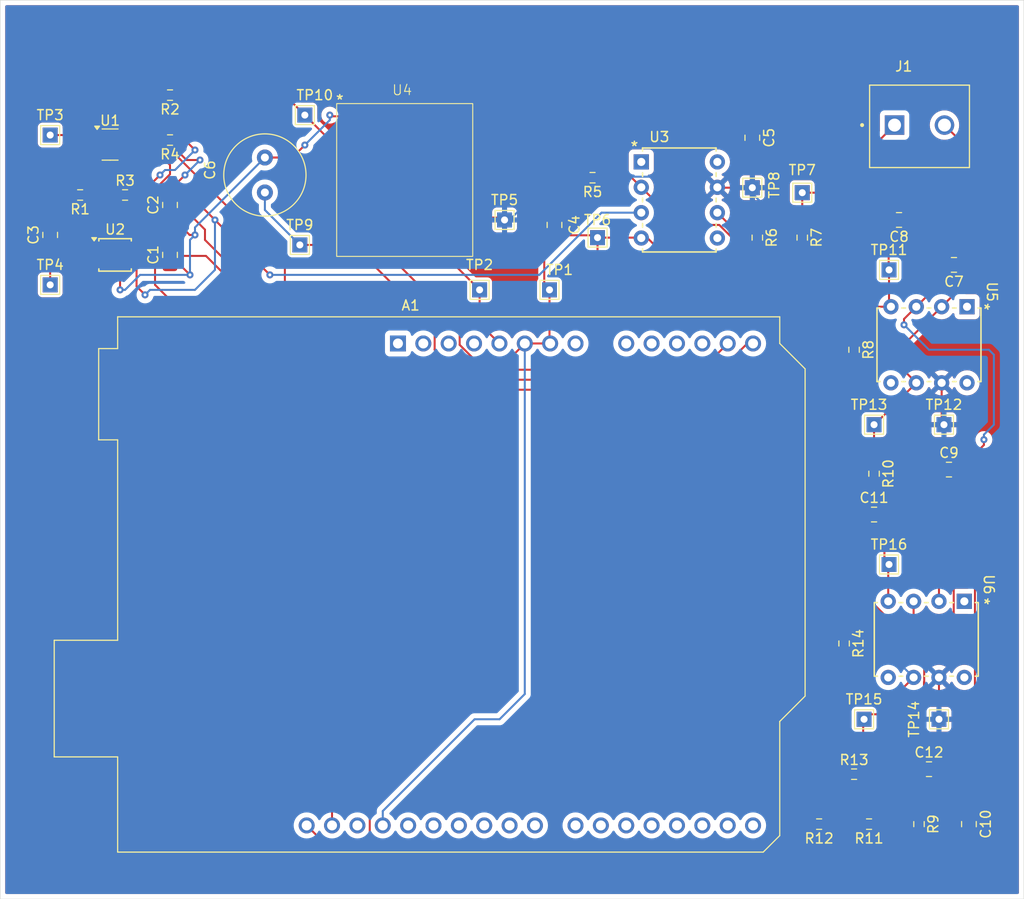
<source format=kicad_pcb>
(kicad_pcb (version 20240108) (generator "pcbnew") (generator_version "8.0")
  (title_block (title "Bandara_PCB_Design") (date "2025-01-25") (rev "v1") (company "BioCompute"))
  (layers (0 "F.Cu" mixed) (31 "B.Cu" mixed) (34 "B.Paste" user) (35 "F.Paste" user) (36 "B.SilkS" user "B.Silkscreen") (37 "F.SilkS" user "F.Silkscreen") (38 "B.Mask" user) (39 "F.Mask" user) (44 "Edge.Cuts" user))
  (net 0 "")
  (net 4 "Net-(U2-SCL)")
  (net 10 "Net-(U1-SDA)")
  (net 15 "GND")
  (net 22 "Net-(U2-SDA)")
  (net 24 "+5V")
  (net 28 "Net-(U1-SCL)")
  (net 31 "Net-(U1-VOUT)")
  (net 32 "Net-(U2-AIN0)")
  (net 33 "-VSW")
  (net 34 "+VSW")
  (net 35 "Net-(J1-Pin_2)")
  (net 36 "Net-(J1-Pin_1)")
  (net 37 "Net-(U3--IN)")
  (net 38 "Net-(U5-Vout)")
  (net 39 "Net-(U6--IN)")
  (net 40 "Net-(R11-Pad2)")
  (net 41 "Net-(R12-Pad2)")
  (net 42 "Net-(U6-Vout)")
  (footprint "Resistor_SMD:R_0603_1608Metric_Pad0.98x0.95mm_HandSolder" (layer "F.Cu") (at 58.5 52 180)
    (property "Reference" "R4")
    (property "Value" "4.7k")
  )
  (footprint "TestPoint:TestPoint_THTPad_1.5x1.5mm_Drill0.7mm" (layer "F.Cu") (at 46.5 51.5)
    (property "Reference" "TP3")
    (property "Value" "TestPoint")
  )
  (footprint "Resistor_SMD:R_0603_1608Metric_Pad0.98x0.95mm_HandSolder" (layer "F.Cu") (at 100.81 55.77 180)
    (property "Reference" "R5")
    (property "Value" "1M")
  )
  (footprint "Resistor_SMD:R_0603_1608Metric_Pad0.98x0.95mm_HandSolder" (layer "F.Cu") (at 117.31 61.77 -90)
    (property "Reference" "R6")
    (property "Value" "10M")
  )
  (footprint "Capacitor_SMD:C_0805_2012Metric_Pad1.18x1.45mm_HandSolder" (layer "F.Cu") (at 131.5 60 180)
    (property "Reference" "C8")
    (property "Value" "100n")
  )
  (footprint "NDU_SMD:NDU05" (layer "F.Cu") (at 81.746 56.762)
    (property "Reference" "U4")
    (property "Value" "Dual Power Supply")
  )
  (footprint "TestPoint:TestPoint_THTPad_1.5x1.5mm_Drill0.7mm" (layer "F.Cu") (at 136 80.5)
    (property "Reference" "TP12")
    (property "Value" "TestPoint")
  )
  (footprint "Package_TO_SOT_SMD:SOT-23-6" (layer "F.Cu") (at 52.5 52.45)
    (property "Reference" "U1")
    (property "Value" "MCP4725xxx-xCH")
  )
  (footprint "Capacitor_SMD:C_0805_2012Metric_Pad1.18x1.45mm_HandSolder" (layer "F.Cu") (at 138.5 120.5 -90)
    (property "Reference" "C10")
    (property "Value" "100n")
  )
  (footprint "Capacitor_SMD:C_0805_2012Metric_Pad1.18x1.45mm_HandSolder" (layer "F.Cu") (at 137 64.5 180)
    (property "Reference" "C7")
    (property "Value" "100n")
  )
  (footprint "bandara_ckt_footprints:N_8_ADI" (layer "F.Cu") (at 105.69 54.19)
    (property "Reference" "U3")
    (property "Value" "AD820")
  )
  (footprint "Module:Arduino_UNO_R3" (layer "F.Cu") (at 81.325 72.37)
    (property "Reference" "A1")
    (property "Value" "Arduino_UNO_R3")
  )
  (footprint "TestPoint:TestPoint_THTPad_1.5x1.5mm_Drill0.7mm" (layer "F.Cu") (at 71.5 62.5)
    (property "Reference" "TP9")
    (property "Value" "TestPoint")
  )
  (footprint "Resistor_SMD:R_0603_1608Metric_Pad0.98x0.95mm_HandSolder" (layer "F.Cu") (at 128.5 120.5 180)
    (property "Reference" "R11")
    (property "Value" "1M")
  )
  (footprint "Capacitor_SMD:C_0805_2012Metric_Pad1.18x1.45mm_HandSolder" (layer "F.Cu") (at 58.5 63.5 90)
    (property "Reference" "C1")
    (property "Value" "100n")
  )
  (footprint "Resistor_SMD:R_0603_1608Metric_Pad0.98x0.95mm_HandSolder" (layer "F.Cu") (at 129 85.4125 -90)
    (property "Reference" "R10")
    (property "Value" "1M")
  )
  (footprint "TestPoint:TestPoint_THTPad_1.5x1.5mm_Drill0.7mm" (layer "F.Cu") (at 92 60)
    (property "Reference" "TP5")
    (property "Value" "TestPoint")
  )
  (footprint "Resistor_SMD:R_0603_1608Metric_Pad0.98x0.95mm_HandSolder" (layer "F.Cu") (at 123.5 120.5 180)
    (property "Reference" "R12")
    (property "Value" "1M")
  )
  (footprint "TestPoint:TestPoint_THTPad_1.5x1.5mm_Drill0.7mm" (layer "F.Cu") (at 101.31 61.77)
    (property "Reference" "TP6")
    (property "Value" "TestPoint")
  )
  (footprint "Capacitor_SMD:C_0805_2012Metric_Pad1.18x1.45mm_HandSolder" (layer "F.Cu") (at 58.5 58.5 90)
    (property "Reference" "C2")
    (property "Value" "100n")
  )
  (footprint "TestPoint:TestPoint_THTPad_1.5x1.5mm_Drill0.7mm" (layer "F.Cu") (at 96.5 67)
    (property "Reference" "TP1")
    (property "Value" "TestPoint")
  )
  (footprint "TestPoint:TestPoint_THTPad_1.5x1.5mm_Drill0.7mm" (layer "F.Cu") (at 89.5 67)
    (property "Reference" "TP2")
    (property "Value" "TestPoint")
  )
  (footprint "Capacitor_SMD:C_0805_2012Metric_Pad1.18x1.45mm_HandSolder" (layer "F.Cu") (at 129 89.5)
    (property "Reference" "C11")
    (property "Value" "100n")
  )
  (footprint "Resistor_SMD:R_0603_1608Metric_Pad0.98x0.95mm_HandSolder" (layer "F.Cu") (at 133.5 120.5 -90)
    (property "Reference" "R9")
    (property "Value" "1M")
  )
  (footprint "TestPoint:TestPoint_THTPad_1.5x1.5mm_Drill0.7mm" (layer "F.Cu") (at 128 110)
    (property "Reference" "TP15")
    (property "Value" "TestPoint")
  )
  (footprint "Resistor_SMD:R_0603_1608Metric_Pad0.98x0.95mm_HandSolder" (layer "F.Cu") (at 127 73 -90)
    (property "Reference" "R8")
    (property "Value" "10M")
  )
  (footprint "Resistor_SMD:R_0603_1608Metric_Pad0.98x0.95mm_HandSolder" (layer "F.Cu") (at 49.5 57.5 180)
    (property "Reference" "R1")
    (property "Value" "4.7k")
  )
  (footprint "TestPoint:TestPoint_THTPad_1.5x1.5mm_Drill0.7mm" (layer "F.Cu") (at 72 49.5)
    (property "Reference" "TP10")
    (property "Value" "TestPoint")
  )
  (footprint "TestPoint:TestPoint_THTPad_1.5x1.5mm_Drill0.7mm" (layer "F.Cu") (at 129 80.5)
    (property "Reference" "TP13")
    (property "Value" "TestPoint")
  )
  (footprint "Capacitor_SMD:C_0805_2012Metric_Pad1.18x1.45mm_HandSolder" (layer "F.Cu") (at 136.5 85)
    (property "Reference" "C9")
    (property "Value" "100n")
  )
  (footprint "TestPoint:TestPoint_THTPad_1.5x1.5mm_Drill0.7mm" (layer "F.Cu") (at 116.81 56.77)
    (property "Reference" "TP8")
    (property "Value" "TestPoint")
  )
  (footprint "Resistor_SMD:R_0603_1608Metric_Pad0.98x0.95mm_HandSolder" (layer "F.Cu") (at 121.81 61.77 -90)
    (property "Reference" "R7")
    (property "Value" "10M")
  )
  (footprint "TestPoint:TestPoint_THTPad_1.5x1.5mm_Drill0.7mm" (layer "F.Cu") (at 46.5 66.5)
    (property "Reference" "TP4")
    (property "Value" "TestPoint")
  )
  (footprint "bandara_ckt_footprints:PHOENIX_1935161" (layer "F.Cu") (at 128.5525 54.75)
    (property "Reference" "J1")
    (property "Value" "Nanopore")
  )
  (footprint "Resistor_SMD:R_0603_1608Metric_Pad0.98x0.95mm_HandSolder" (layer "F.Cu") (at 127 115.5)
    (property "Reference" "R13")
    (property "Value" "1M")
  )
  (footprint "Capacitor_SMD:C_0805_2012Metric_Pad1.18x1.45mm_HandSolder" (layer "F.Cu") (at 116.81 51.77 -90)
    (property "Reference" "C5")
    (property "Value" "100n")
  )
  (footprint "Capacitor_SMD:C_0805_2012Metric_Pad1.18x1.45mm_HandSolder" (layer "F.Cu") (at 46.5 61.5 90)
    (property "Reference" "C3")
    (property "Value" "100n")
  )
  (footprint "TestPoint:TestPoint_THTPad_1.5x1.5mm_Drill0.7mm" (layer "F.Cu") (at 121.81 57.27)
    (property "Reference" "TP7")
    (property "Value" "TestPoint")
  )
  (footprint "bandara_ckt_footprints:N_8_ADI" (layer "F.Cu") (at 138.04 98.19 -90)
    (property "Reference" "U6")
    (property "Value" "AD820")
  )
  (footprint "TestPoint:TestPoint_THTPad_1.5x1.5mm_Drill0.7mm" (layer "F.Cu") (at 130.5 65)
    (property "Reference" "TP11")
    (property "Value" "TestPoint")
  )
  (footprint "bandara_ckt_footprints:N_8_ADI" (layer "F.Cu") (at 138.31 68.69 -90)
    (property "Reference" "U5")
    (property "Value" "AD820")
  )
  (footprint "Resistor_SMD:R_0603_1608Metric_Pad0.98x0.95mm_HandSolder" (layer "F.Cu") (at 54 57.5)
    (property "Reference" "R3")
    (property "Value" "4.7k")
  )
  (footprint "Resistor_SMD:R_0603_1608Metric_Pad0.98x0.95mm_HandSolder" (layer "F.Cu") (at 58.5 47.5 180)
    (property "Reference" "R2")
    (property "Value" "4.7k")
  )
  (footprint "TestPoint:TestPoint_THTPad_1.5x1.5mm_Drill0.7mm" (layer "F.Cu") (at 130.5 94.5)
    (property "Reference" "TP16")
    (property "Value" "TestPoint")
  )
  (footprint "TestPoint:TestPoint_THTPad_1.5x1.5mm_Drill0.7mm" (layer "F.Cu") (at 135.5 110)
    (property "Reference" "TP14")
    (property "Value" "TestPoint")
  )
  (footprint "Resistor_SMD:R_0603_1608Metric_Pad0.98x0.95mm_HandSolder" (layer "F.Cu") (at 126 102.4125 -90)
    (property "Reference" "R14")
    (property "Value" "1M")
  )
  (footprint "Capacitor_THT:C_Radial_D8.0mm_H11.5mm_P3.50mm" (layer "F.Cu") (at 68 57.25 90)
    (property "Reference" "C6")
    (property "Value" "47u")
  )
  (footprint "Capacitor_SMD:C_0805_2012Metric_Pad1.18x1.45mm_HandSolder" (layer "F.Cu") (at 97 60.5 -90)
    (property "Reference" "C4")
    (property "Value" "100n")
  )
  (footprint "Package_SO:TSSOP-10_3x3mm_P0.5mm" (layer "F.Cu") (at 53 63.5)
    (property "Reference" "U2")
    (property "Value" "ADS1115IDGS")
  )
  (footprint "Capacitor_SMD:C_0805_2012Metric_Pad1.18x1.45mm_HandSolder" (layer "F.Cu") (at 134.5 115)
    (property "Reference" "C12")
    (property "Value" "100n")
  )
  (gr_rect (start 41.5 38) (end 144 128) (stroke (width 0.05)) (fill none) (layer "Edge.Cuts"))
  (segment (start 78.5 104.5) (end 78.5 121.5) (width 0.2) (layer "F.Cu") (net 4))
  (segment (start 56.940256 62.5) (end 58.040256 63.6) (width 0.2) (layer "F.Cu") (net 4))
  (segment (start 78.5 121.5) (end 77.5 122.5) (width 0.2) (layer "F.Cu") (net 4))
  (segment (start 53.0875 60.4375) (end 55.15 62.5) (width 0.2) (layer "F.Cu") (net 4))
  (segment (start 68.5 94.5) (end 78.5 104.5) (width 0.2) (layer "F.Cu") (net 4))
  (segment (start 77.5 122.5) (end 74.055 122.5) (width 0.2) (layer "F.Cu") (net 4))
  (segment (start 53.0875 57.5) (end 53.0875 60.4375) (width 0.2) (layer "F.Cu") (net 4))
  (segment (start 55.15 62.5) (end 56.940256 62.5) (width 0.2) (layer "F.Cu") (net 4))
  (segment (start 74.055 122.5) (end 72.185 120.63) (width 0.2) (layer "F.Cu") (net 4))
  (segment (start 68.5 70) (end 68.5 94.5) (width 0.2) (layer "F.Cu") (net 4))
  (segment (start 62.1 63.6) (end 68.5 70) (width 0.2) (layer "F.Cu") (net 4))
  (segment (start 58.040256 63.6) (end 62.1 63.6) (width 0.2) (layer "F.Cu") (net 4))
  (segment (start 70 64.4125) (end 70 75.5) (width 0.2) (layer "F.Cu") (net 10))
  (segment (start 70.5 76) (end 110.715 76) (width 0.2) (layer "F.Cu") (net 10))
  (segment (start 70 75.5) (end 70.5 76) (width 0.2) (layer "F.Cu") (net 10))
  (segment (start 53.6375 53.4) (end 56.1875 53.4) (width 0.2) (layer "F.Cu") (net 10))
  (segment (start 57.5875 52) (end 70 64.4125) (width 0.2) (layer "F.Cu") (net 10))
  (segment (start 56.1875 53.4) (end 57.5875 52) (width 0.2) (layer "F.Cu") (net 10))
  (segment (start 110.715 76) (end 114.345 72.37) (width 0.2) (layer "F.Cu") (net 10))
  (segment (start 116.81 50.7325) (end 118.3175 49.225) (width 0.2) (layer "F.Cu") (net 15))
  (segment (start 134 106.271895) (end 134.022 106.249895) (width 0.2) (layer "F.Cu") (net 15))
  (segment (start 132 69.92) (end 132 70.5) (width 0.2) (layer "F.Cu") (net 15))
  (segment (start 76.666 59.772) (end 87.505 70.611) (width 0.2) (layer "F.Cu") (net 15))
  (segment (start 133.5 115.0375) (end 133.4625 115) (width 0.2) (layer "F.Cu") (net 15))
  (segment (start 133.5 119.5875) (end 133.5 115.0375) (width 0.2) (layer "F.Cu") (net 15))
  (segment (start 140 82) (end 140 82.5375) (width 0.2) (layer "F.Cu") (net 15))
  (segment (start 52 64.125) (end 51.625 64.5) (width 0.2) (layer "F.Cu") (net 15))
  (segment (start 140 82.5375) (end 137.5375 85) (width 0.2) (layer "F.Cu") (net 15))
  (segment (start 91.895 74.5) (end 94.025 72.37) (width 0.2) (layer "F.Cu") (net 15))
  (segment (start 132.96 101.04) (end 132.25 101.75) (width 0.2) (layer "F.Cu") (net 15))
  (segment (start 50.85 63.5) (end 51.625 63.5) (width 0.2) (layer "F.Cu") (net 15))
  (segment (start 138.375 119.5875) (end 138.5 119.4625) (width 0.2) (layer "F.Cu") (net 15))
  (segment (start 99.8975 55.77) (end 99.8975 56.565) (width 0.2) (layer "F.Cu") (net 15))
  (segment (start 48.8125 60.4625) (end 50.85 62.5) (width 0.2) (layer "F.Cu") (net 15))
  (segment (start 96.5 72.305) (end 96.565 72.37) (width 0.2) (layer "F.Cu") (net 15))
  (segment (start 52 62.875) (end 52 63.125) (width 0.2) (layer "F.Cu") (net 15))
  (segment (start 125.775 49.225) (end 126.5 48.5) (width 0.2) (layer "F.Cu") (net 15))
  (segment (start 132.5375 61.075) (end 135.9625 64.5) (width 0.2) (layer "F.Cu") (net 15))
  (segment (start 74.5 49.5) (end 74.62 49.62) (width 0.2) (layer "F.Cu") (net 15))
  (segment (start 133.940256 115) (end 134.438 115.497744) (width 0.2) (layer "F.Cu") (net 15))
  (segment (start 137.5375 85) (end 139.102 86.5645) (width 0.2) (layer "F.Cu") (net 15))
  (segment (start 134.438 115.497744) (end 134 115.059744) (width 0.2) (layer "F.Cu") (net 15))
  (segment (start 137.5 117) (end 135.940256 117) (width 0.2) (layer "F.Cu") (net 15))
  (segment (start 52 63.125) (end 51.625 63.5) (width 0.2) (layer "F.Cu") (net 15))
  (segment (start 70.75 53.75) (end 72 52.5) (width 0.2) (layer "F.Cu") (net 15))
  (segment (start 133.5 49.5) (end 133.5 52) (width 0.2) (layer "F.Cu") (net 15))
  (segment (start 132.96 98.19) (end 132.96 101.04) (width 0.2) (layer "F.Cu") (net 15))
  (segment (start 52.334448 52.45) (end 53.284448 51.5) (width 0.2) (layer "F.Cu") (net 15))
  (segment (start 52 63.875) (end 52 64.125) (width 0.2) (layer "F.Cu") (net 15))
  (segment (start 51.625 63.5) (end 52 63.875) (width 0.2) (layer "F.Cu") (net 15))
  (segment (start 135.9625 64.5) (end 135.9625 65.9575) (width 0.2) (layer "F.Cu") (net 15))
  (segment (start 54.375 64) (end 55.15 64) (width 0.2) (layer "F.Cu") (net 15))
  (segment (start 50.85 62.5) (end 51.625 62.5) (width 0.2) (layer "F.Cu") (net 15))
  (segment (start 118.3175 49.225) (end 125.775 49.225) (width 0.2) (layer "F.Cu") (net 15))
  (segment (start 133.5 52) (end 132.5375 52.9625) (width 0.2) (layer "F.Cu") (net 15))
  (segment (start 116.81 50.7325) (end 104.935 50.7325) (width 0.2) (layer "F.Cu") (net 15))
  (segment (start 89.5 74.5) (end 91.895 74.5) (width 0.2) (layer "F.Cu") (net 15))
  (segment (start 87.505 72.505) (end 89.5 74.5) (width 0.2) (layer "F.Cu") (net 15))
  (segment (start 134.022 103.522) (end 132.25 101.75) (width 0.2) (layer "F.Cu") (net 15))
  (segment (start 133.4625 115) (end 133.940256 115) (width 0.2) (layer "F.Cu") (net 15))
  (segment (start 53.875 64.5) (end 54.375 64) (width 0.2) (layer "F.Cu") (net 15))
  (segment (start 51.625 64.5) (end 50.85 64.5) (width 0.2) (layer "F.Cu") (net 15))
  (segment (start 46.5 56.650001) (end 46.5 60.4625) (width 0.2) (layer "F.Cu") (net 15))
  (segment (start 96.5 67) (end 95.975 66.475) (width 0.2) (layer "F.Cu") (net 15))
  (segment (start 51.3625 52.45) (end 50.700001 52.45) (width 0.2) (layer "F.Cu") (net 15))
  (segment (start 135.940256 117) (end 134.438 115.497744) (width 0.2) (layer "F.Cu") (net 15))
  (segment (start 74.62 49.62) (end 76.666 49.62) (width 0.2) (layer "F.Cu") (net 15))
  (segment (start 59.5375 64.5375) (end 60.5 65.5) (width 0.2) (layer "F.Cu") (net 15))
  (segment (start 51.625 62.5) (end 52 62.875) (width 0.2) (layer "F.Cu") (net 15))
  (segment (start 127.9625 97.4625) (end 127.9625 89.5) (width 0.2) (layer "F.Cu") (net 15))
  (segment (start 94.025 72.37) (end 96.565 72.37) (width 0.2) (layer "F.Cu") (net 15))
  (segment (start 134 115.059744) (end 134 106.271895) (width 0.2) (layer "F.Cu") (net 15))
  (segment (start 58.5 64.5375) (end 59.5375 64.5375) (width 0.2) (layer "F.Cu") (net 15))
  (segment (start 53.284448 51.5) (end 53.6375 51.5) (width 0.2) (layer "F.Cu") (net 15))
  (segment (start 46.5 60.4625) (end 48.8125 60.4625) (width 0.2) (layer "F.Cu") (net 15))
  (segment (start 70.644 53.75) (end 76.666 59.772) (width 0.2) (layer "F.Cu") (net 15))
  (segment (start 68 53.75) (end 70.75 53.75) (width 0.2) (layer "F.Cu") (net 15))
  (segment (start 51.3625 52.45) (end 52.334448 52.45) (width 0.2) (layer "F.Cu") (net 15))
  (segment (start 132.5375 60) (end 132.5375 61.075) (width 0.2) (layer "F.Cu") (net 15))
  (segment (start 61 61.5) (end 60.4625 61.5) (width 0.2) (layer "F.Cu") (net 15))
  (segment (start 54.375 64) (end 53.5 64.875) (width 0.2) (layer "F.Cu") (net 15))
  (segment (start 60.4625 61.5) (end 58.5 59.5375) (width 0.2) (layer "F.Cu") (net 15))
  (segment (start 68 53.75) (end 70.644 53.75) (width 0.2) (layer "F.Cu") (net 15))
  (segment (start 99.8975 56.565) (end 97 59.4625) (width 0.2) (layer "F.Cu") (net 15))
  (segment (start 139.102 86.5645) (end 139.102 115.398) (width 0.2) (layer "F.Cu") (net 15))
  (segment (start 133.5 119.5875) (end 138.375 119.5875) (width 0.2) (layer "F.Cu") (net 15))
  (segment (start 104.935 50.7325) (end 99.8975 55.77) (width 0.2) (layer "F.Cu") (net 15))
  (segment (start 87.505 70.611) (end 87.505 72.505) (width 0.2) (layer "F.Cu") (net 15))
  (segment (start 50.700001 52.45) (end 46.5 56.650001) (width 0.2) (layer "F.Cu") (net 15))
  (segment (start 132.5375 52.9625) (end 132.5375 60) (width 0.2) (layer "F.Cu") (net 15))
  (segment (start 97 59.4625) (end 95.975 60.4875) (width 0.2) (layer "F.Cu") (net 15))
  (segment (start 139.102 115.398) (end 137.5 117) (width 0.2) (layer "F.Cu") (net 15))
  (segment (start 96.5 67) (end 96.5 72.305) (width 0.2) (layer "F.Cu") (net 15))
  (segment (start 134.022 106.249895) (end 134.022 103.522) (width 0.2) (layer "F.Cu") (net 15))
  (segment (start 126.5 48.5) (end 132.5 48.5) (width 0.2) (layer "F.Cu") (net 15))
  (segment (start 132.5 48.5) (end 133.5 49.5) (width 0.2) (layer "F.Cu") (net 15))
  (segment (start 133.23 68.69) (end 132 69.92) (width 0.2) (layer "F.Cu") (net 15))
  (segment (start 50.85 64.5) (end 53.875 64.5) (width 0.2) (layer "F.Cu") (net 15))
  (segment (start 135.9625 65.9575) (end 133.23 68.69) (width 0.2) (layer "F.Cu") (net 15))
  (segment (start 53.5 64.875) (end 53.5 67) (width 0.2) (layer "F.Cu") (net 15))
  (segment (start 132.25 101.75) (end 127.9625 97.4625) (width 0.2) (layer "F.Cu") (net 15))
  (segment (start 95.975 66.475) (end 95.975 60.4875) (width 0.2) (layer "F.Cu") (net 15))
  (via (at 140 82) (size 0.7) (drill 0.3) (layers "F.Cu" "B.Cu") (net 15))
  (via (at 74.5 49.5) (size 0.7) (drill 0.3) (layers "F.Cu" "B.Cu") (net 15))
  (via (at 132 70.5) (size 0.7) (drill 0.3) (layers "F.Cu" "B.Cu") (net 15))
  (via (at 72 52.5) (size 0.7) (drill 0.3) (layers "F.Cu" "B.Cu") (net 15))
  (via (at 61 61.5) (size 0.7) (drill 0.3) (layers "F.Cu" "B.Cu") (net 15))
  (via (at 53.5 67) (size 0.7) (drill 0.3) (layers "F.Cu" "B.Cu") (net 15))
  (via (at 60.5 65.5) (size 0.7) (drill 0.3) (layers "F.Cu" "B.Cu") (net 15))
  (segment (start 94.025 72.37) (end 94.025 107.475) (width 0.2) (layer "B.Cu") (net 15))
  (segment (start 140.5 73) (end 141 73.5) (width 0.2) (layer "B.Cu") (net 15))
  (segment (start 61 61.5) (end 61 60.75) (width 0.2) (layer "B.Cu") (net 15))
  (segment (start 91.5 110) (end 89 110) (width 0.2) (layer "B.Cu") (net 15))
  (segment (start 79.805 119.195) (end 79.805 120.63) (width 0.2) (layer "B.Cu") (net 15))
  (segment (start 140 81.5) (end 140 82) (width 0.2) (layer "B.Cu") (net 15))
  (segment (start 60.5 62) (end 61 61.5) (width 0.2) (layer "B.Cu") (net 15))
  (segment (start 53.5 67) (end 54 67) (width 0.2) (layer "B.Cu") (net 15))
  (segment (start 60.5 65.5) (end 60.5 62) (width 0.2) (layer "B.Cu") (net 15))
  (segment (start 61 60.75) (end 68 53.75) (width 0.2) (layer "B.Cu") (net 15))
  (segment (start 55.5 65.5) (end 60.5 65.5) (width 0.2) (layer "B.Cu") (net 15))
  (segment (start 54 67) (end 55.5 65.5) (width 0.2) (layer "B.Cu") (net 15))
  (segment (start 94.025 107.475) (end 91.5 110) (width 0.2) (layer "B.Cu") (net 15))
  (segment (start 141 80.5) (end 140 81.5) (width 0.2) (layer "B.Cu") (net 15))
  (segment (start 132 70.5) (end 134.5 73) (width 0.2) (layer "B.Cu") (net 15))
  (segment (start 72 52.5) (end 74.5 50) (width 0.2) (layer "B.Cu") (net 15))
  (segment (start 134.5 73) (end 140.5 73) (width 0.2) (layer "B.Cu") (net 15))
  (segment (start 89 110) (end 79.805 119.195) (width 0.2) (layer "B.Cu") (net 15))
  (segment (start 141 73.5) (end 141 80.5) (width 0.2) (layer "B.Cu") (net 15))
  (segment (start 74.5 50) (end 74.5 49.5) (width 0.2) (layer "B.Cu") (net 15))
  (segment (start 66.5 72) (end 67 72.5) (width 0.2) (layer "F.Cu") (net 22))
  (segment (start 74.725 102.725) (end 74.725 120.63) (width 0.2) (layer "F.Cu") (net 22))
  (segment (start 50.4125 59.0375) (end 54.375 63) (width 0.2) (layer "F.Cu") (net 22))
  (segment (start 56.5 63) (end 57 63.5) (width 0.2) (layer "F.Cu") (net 22))
  (segment (start 57 66.5) (end 62.5 72) (width 0.2) (layer "F.Cu") (net 22))
  (segment (start 67 72.5) (end 67 95) (width 0.2) (layer "F.Cu") (net 22))
  (segment (start 62.5 72) (end 66.5 72) (width 0.2) (layer "F.Cu") (net 22))
  (segment (start 67 95) (end 74.725 102.725) (width 0.2) (layer "F.Cu") (net 22))
  (segment (start 55.15 63) (end 56.5 63) (width 0.2) (layer "F.Cu") (net 22))
  (segment (start 54.375 63) (end 55.15 63) (width 0.2) (layer "F.Cu") (net 22))
  (segment (start 50.4125 57.5) (end 50.4125 59.0375) (width 0.2) (layer "F.Cu") (net 22))
  (segment (start 57 63.5) (end 57 66.5) (width 0.2) (layer "F.Cu") (net 22))
  (segment (start 85.862 61.356) (end 85.862 63.362) (width 0.2) (layer "F.Cu") (net 24))
  (segment (start 89.5 70.385) (end 91.485 72.37) (width 0.2) (layer "F.Cu") (net 24))
  (segment (start 48.5875 56.175) (end 48.5875 57.5) (width 0.2) (layer "F.Cu") (net 24))
  (segment (start 60 52) (end 59.4125 52) (width 0.2) (layer "F.Cu") (net 24))
  (segment (start 54.9125 58.875) (end 58.5 62.4625) (width 0.2) (layer "F.Cu") (net 24))
  (segment (start 72 49.5) (end 74.66 52.16) (width 0.2) (layer "F.Cu") (net 24))
  (segment (start 51.3625 53.4) (end 48.5875 56.175) (width 0.2) (layer "F.Cu") (net 24))
  (segment (start 59.4125 47.5) (end 70 47.5) (width 0.2) (layer "F.Cu") (net 24))
  (segment (start 50.5 55.5) (end 52.5 55.5) (width 0.2) (layer "F.Cu") (net 24))
  (segment (start 51.3625 53.4) (end 54.9125 56.95) (width 0.2) (layer "F.Cu") (net 24))
  (segment (start 49.625 59.625) (end 49.625 56.375) (width 0.2) (layer "F.Cu") (net 24))
  (segment (start 61 53) (end 60 52) (width 0.2) (layer "F.Cu") (net 24))
  (segment (start 76.666 52.16) (end 85.862 61.356) (width 0.2) (layer "F.Cu") (net 24))
  (segment (start 54.9125 56.95) (end 54.9125 57.5) (width 0.2) (layer "F.Cu") (net 24))
  (segment (start 52.5 55.5) (end 58.5 61.5) (width 0.2) (layer "F.Cu") (net 24))
  (segment (start 85.862 63.362) (end 89.5 67) (width 0.2) (layer "F.Cu") (net 24))
  (segment (start 70 47.5) (end 72 49.5) (width 0.2) (layer "F.Cu") (net 24))
  (segment (start 74.66 52.16) (end 76.666 52.16) (width 0.2) (layer "F.Cu") (net 24))
  (segment (start 53.5 63.5) (end 49.625 59.625) (width 0.2) (layer "F.Cu") (net 24))
  (segment (start 49.625 56.375) (end 50.5 55.5) (width 0.2) (layer "F.Cu") (net 24))
  (segment (start 58.5 61.5) (end 58.5 62.4625) (width 0.2) (layer "F.Cu") (net 24))
  (segment (start 59.4125 47.5) (end 59.4125 52) (width 0.2) (layer "F.Cu") (net 24))
  (segment (start 89.5 67) (end 89.5 70.385) (width 0.2) (layer "F.Cu") (net 24))
  (segment (start 54.9125 57.5) (end 55.5 57.5) (width 0.2) (layer "F.Cu") (net 24))
  (segment (start 54.9125 57.5) (end 54.9125 58.875) (width 0.2) (layer "F.Cu") (net 24))
  (segment (start 55.15 63.5) (end 53.5 63.5) (width 0.2) (layer "F.Cu") (net 24))
  (segment (start 55.5 57.5) (end 57.5 55.5) (width 0.2) (layer "F.Cu") (net 24))
  (via (at 61 53) (size 0.7) (drill 0.3) (layers "F.Cu" "B.Cu") (net 24))
  (via (at 57.5 55.5) (size 0.7) (drill 0.3) (layers "F.Cu" "B.Cu") (net 24))
  (segment (start 59 55) (end 61 53) (width 0.2) (layer "B.Cu") (net 24))
  (segment (start 57.5 55.5) (end 58 55) (width 0.2) (layer "B.Cu") (net 24))
  (segment (start 58 55) (end 59 55) (width 0.2) (layer "B.Cu") (net 24))
  (segment (start 116.885 72.37) (end 116.304314 72.37) (width 0.2) (layer "F.Cu") (net 28))
  (segment (start 116.304314 72.37) (end 111.674314 77) (width 0.2) (layer "F.Cu") (net 28))
  (segment (start 62 62) (end 62 60.970128) (width 0.2) (layer "F.Cu") (net 28))
  (segment (start 70.467157 77) (end 69 75.532843) (width 0.2) (layer "F.Cu") (net 28))
  (segment (start 55.55 52.45) (end 56 52) (width 0.2) (layer "F.Cu") (net 28))
  (segment (start 59.529872 58.5) (end 57.5 58.5) (width 0.2) (layer "F.Cu") (net 28))
  (segment (start 56 48) (end 56.5 47.5) (width 0.2) (layer "F.Cu") (net 28))
  (segment (start 57 58) (end 57 56.919239) (width 0.2) (layer "F.Cu") (net 28))
  (segment (start 53.6375 52.45) (end 55.55 52.45) (width 0.2) (layer "F.Cu") (net 28))
  (segment (start 53.15 52.45) (end 53.6375 52.45) (width 0.2) (layer "F.Cu") (net 28))
  (segment (start 69 69) (end 62 62) (width 0.2) (layer "F.Cu") (net 28))
  (segment (start 62 60.970128) (end 59.529872 58.5) (width 0.2) (layer "F.Cu") (net 28))
  (segment (start 58.5 55.419239) (end 58.5 54.5) (width 0.2) (layer "F.Cu") (net 28))
  (segment (start 52.528186 54) (end 52.5 53.971814) (width 0.2) (layer "F.Cu") (net 28))
  (segment (start 52.5 53.971814) (end 52.5 53.1) (width 0.2) (layer "F.Cu") (net 28))
  (segment (start 58.5 54.5) (end 58 54) (width 0.2) (layer "F.Cu") (net 28))
  (segment (start 56.5 47.5) (end 57.5875 47.5) (width 0.2) (layer "F.Cu") (net 28))
  (segment (start 57 56.919239) (end 58.5 55.419239) (width 0.2) (layer "F.Cu") (net 28))
  (segment (start 111.674314 77) (end 70.467157 77) (width 0.2) (layer "F.Cu") (net 28))
  (segment (start 58 54) (end 52.528186 54) (width 0.2) (layer "F.Cu") (net 28))
  (segment (start 56 52) (end 56 48) (width 0.2) (layer "F.Cu") (net 28))
  (segment (start 57.5 58.5) (end 57 58) (width 0.2) (layer "F.Cu") (net 28))
  (segment (start 52.5 53.1) (end 53.15 52.45) (width 0.2) (layer "F.Cu") (net 28))
  (segment (start 69 75.532843) (end 69 69) (width 0.2) (layer "F.Cu") (net 28))
  (segment (start 58.5 47) (end 58.5 52.346814) (width 0.2) (layer "F.Cu") (net 31))
  (segment (start 52.315552 50.118762) (end 55.934314 46.5) (width 0.2) (layer "F.Cu") (net 31))
  (segment (start 63 60) (end 60.4625 57.4625) (width 0.2) (layer "F.Cu") (net 31))
  (segment (start 51.715552 51.5) (end 52.315552 50.9) (width 0.2) (layer "F.Cu") (net 31))
  (segment (start 58.5 57) (end 58.5 57.4625) (width 0.2) (layer "F.Cu") (net 31))
  (segment (start 60.4625 57.4625) (end 58.5 57.4625) (width 0.2) (layer "F.Cu") (net 31))
  (segment (start 46.5 51.5) (end 51.3625 51.5) (width 0.2) (layer "F.Cu") (net 31))
  (segment (start 58 46.5) (end 58.5 47) (width 0.2) (layer "F.Cu") (net 31))
  (segment (start 55.15 64.5) (end 55.15 66.65) (width 0.2) (layer "F.Cu") (net 31))
  (segment (start 60 55.5) (end 58.5 57) (width 0.2) (layer "F.Cu") (net 31))
  (segment (start 55.15 66.65) (end 56 67.5) (width 0.2) (layer "F.Cu") (net 31))
  (segment (start 55.934314 46.5) (end 58 46.5) (width 0.2) (layer "F.Cu") (net 31))
  (segment (start 51.3625 51.5) (end 51.715552 51.5) (width 0.2) (layer "F.Cu") (net 31))
  (segment (start 60.153186 54) (end 61.5 54) (width 0.2) (layer "F.Cu") (net 31))
  (segment (start 58.5 52.346814) (end 60.153186 54) (width 0.2) (layer "F.Cu") (net 31))
  (segment (start 63 60) (end 68.5 65.5) (width 0.2) (layer "F.Cu") (net 31))
  (segment (start 52.315552 50.9) (end 52.315552 50.118762) (width 0.2) (layer "F.Cu") (net 31))
  (via (at 60 55.5) (size 0.7) (drill 0.3) (layers "F.Cu" "B.Cu") (net 31))
  (via (at 56 67.5) (size 0.7) (drill 0.3) (layers "F.Cu" "B.Cu") (net 31))
  (via (at 68.5 65.5) (size 0.7) (drill 0.3) (layers "F.Cu" "B.Cu") (net 31))
  (via (at 63 60) (size 0.7) (drill 0.3) (layers "F.Cu" "B.Cu") (net 31))
  (via (at 61.5 54) (size 0.7) (drill 0.3) (layers "F.Cu" "B.Cu") (net 31))
  (segment (start 61.5 54) (end 60 55.5) (width 0.2) (layer "B.Cu") (net 31))
  (segment (start 56 67.5) (end 56.5 67) (width 0.2) (layer "B.Cu") (net 31))
  (segment (start 63 65) (end 63 60) (width 0.2) (layer "B.Cu") (net 31))
  (segment (start 56.5 67) (end 61 67) (width 0.2) (layer "B.Cu") (net 31))
  (segment (start 68.5 65.5) (end 95.48 65.5) (width 0.2) (layer "B.Cu") (net 31))
  (segment (start 101.71 59.27) (end 105.69 59.27) (width 0.2) (layer "B.Cu") (net 31))
  (segment (start 95.48 65.5) (end 101.71 59.27) (width 0.2) (layer "B.Cu") (net 31))
  (segment (start 61 67) (end 63 65) (width 0.2) (layer "B.Cu") (net 31))
  (segment (start 129.4125 120.5) (end 130 120.5) (width 0.2) (layer "F.Cu") (net 32))
  (segment (start 133.5 121.4125) (end 134.4125 121.4125) (width 0.2) (layer "F.Cu") (net 32))
  (segment (start 46.5 62.5375) (end 47.9625 64) (width 0.2) (layer "F.Cu") (net 32))
  (segment (start 47.9625 64) (end 50.85 64) (width 0.2) (layer "F.Cu") (net 32))
  (segment (start 50 122) (end 53.5 125.5) (width 0.2) (layer "F.Cu") (net 32))
  (segment (start 50.85 64) (end 50.1 64) (width 0.2) (layer "F.Cu") (net 32))
  (segment (start 124.4125 125.5) (end 129.4125 120.5) (width 0.2) (layer "F.Cu") (net 32))
  (segment (start 130.9125 121.4125) (end 133.5 121.4125) (width 0.2) (layer "F.Cu") (net 32))
  (segment (start 50.1 64) (end 50 64.1) (width 0.2) (layer "F.Cu") (net 32))
  (segment (start 134.5375 121.5375) (end 138.5 121.5375) (width 0.2) (layer "F.Cu") (net 32))
  (segment (start 50 64.1) (end 50 122) (width 0.2) (layer "F.Cu") (net 32))
  (segment (start 46.5 62.5375) (end 46.5 66.5) (width 0.2) (layer "F.Cu") (net 32))
  (segment (start 53.5 125.5) (end 124.4125 125.5) (width 0.2) (layer "F.Cu") (net 32))
  (segment (start 130 120.5) (end 130.9125 121.4125) (width 0.2) (layer "F.Cu") (net 32))
  (segment (start 134.4125 121.4125) (end 134.5375 121.5375) (width 0.2) (layer "F.Cu") (net 32))
  (segment (start 85 70.646) (end 85 73) (width 0.2) (layer "F.Cu") (net 33))
  (segment (start 105.69 61.81) (end 106.31 61.81) (width 0.2) (layer "F.Cu") (net 33))
  (segment (start 106.31 61.81) (end 107.97 63.47) (width 0.2) (layer "F.Cu") (net 33))
  (segment (start 76.478 62.5) (end 76.666 62.312) (width 0.2) (layer "F.Cu") (net 33))
  (segment (start 87 75) (end 99.5 75) (width 0.2) (layer "F.Cu") (net 33))
  (segment (start 105.65 61.77) (end 105.69 61.81) (width 0.2) (layer "F.Cu") (net 33))
  (segment (start 101.31 61.77) (end 105.65 61.77) (width 0.2) (layer "F.Cu") (net 33))
  (segment (start 76.666 62.312) (end 85 70.646) (width 0.2) (layer "F.Cu") (net 33))
  (segment (start 126.225 85.6875) (end 130.0375 89.5) (width 0.2) (layer "F.Cu") (net 33))
  (segment (start 130.4625 64.9625) (end 130.5 65) (width 0.2) (layer "F.Cu") (net 33))
  (segment (start 101.31 73.19) (end 101.31 61.77) (width 0.2) (layer "F.Cu") (net 33))
  (segment (start 126.9925 63.47) (end 130.4625 60) (width 0.2) (layer "F.Cu") (net 33))
  (segment (start 130.0375 94.0375) (end 130.5 94.5) (width 0.2) (layer "F.Cu") (net 33))
  (segment (start 107.97 63.47) (end 126.9925 63.47) (width 0.2) (layer "F.Cu") (net 33))
  (segment (start 71.5 62.5) (end 76.478 62.5) (width 0.2) (layer "F.Cu") (net 33))
  (segment (start 130.4625 60) (end 130.4625 64.9625) (width 0.2) (layer "F.Cu") (net 33))
  (segment (start 130.69 68.69) (end 129.143278 68.69) (width 0.2) (layer "F.Cu") (net 33))
  (segment (start 126.225 71.608278) (end 126.225 85.6875) (width 0.2) (layer "F.Cu") (net 33))
  (segment (start 129.143278 68.69) (end 126.225 71.608278) (width 0.2) (layer "F.Cu") (net 33))
  (segment (start 130.0375 89.5) (end 130.0375 94.0375) (width 0.2) (layer "F.Cu") (net 33))
  (segment (start 99.5 75) (end 101.31 73.19) (width 0.2) (layer "F.Cu") (net 33))
  (segment (start 101.0775 61.5375) (end 101.31 61.77) (width 0.2) (layer "F.Cu") (net 33))
  (segment (start 130.5 68.5) (end 130.69 68.69) (width 0.2) (layer "F.Cu") (net 33))
  (segment (start 130.42 98.19) (end 130.42 94.58) (width 0.2) (layer "F.Cu") (net 33))
  (segment (start 130.42 94.58) (end 130.5 94.5) (width 0.2) (layer "F.Cu") (net 33))
  (segment (start 85 73) (end 87 75) (width 0.2) (layer "F.Cu") (net 33))
  (segment (start 97 61.5375) (end 101.0775 61.5375) (width 0.2) (layer "F.Cu") (net 33))
  (segment (start 130.5 65) (end 130.5 68.5) (width 0.2) (layer "F.Cu") (net 33))
  (segment (start 68 57.25) (end 68 59) (width 0.2) (layer "B.Cu") (net 33))
  (segment (start 68 59) (end 71.5 62.5) (width 0.2) (layer "B.Cu") (net 33))
  (segment (start 136 80.5) (end 136 84.4625) (width 0.2) (layer "F.Cu") (net 34))
  (segment (start 136.978 86.5155) (end 136.978 104.332) (width 0.2) (layer "F.Cu") (net 34))
  (segment (start 135.77 76.31) (end 135.77 80.27) (width 0.2) (layer "F.Cu") (net 34))
  (segment (start 87.062 59.772) (end 91.772 59.772) (width 0.2) (layer "F.Cu") (net 34))
  (segment (start 135.77 80.27) (end 136 80.5) (width 0.2) (layer "F.Cu") (net 34))
  (segment (start 136.978 104.332) (end 135.5 105.81) (width 0.2) (layer "F.Cu") (net 34))
  (segment (start 113.35 56.77) (end 113.31 56.73) (width 0.2) (layer "F.Cu") (net 34))
  (segment (start 135.5 105.81) (end 135.5 110) (width 0.2) (layer "F.Cu") (net 34))
  (segment (start 116.81 52.8075) (end 116.81 56.77) (width 0.2) (layer "F.Cu") (net 34))
  (segment (start 135.4625 85) (end 136.978 86.5155) (width 0.2) (layer "F.Cu") (net 34))
  (segment (start 136 84.4625) (end 135.4625 85) (width 0.2) (layer "F.Cu") (net 34))
  (segment (start 91.772 59.772) (end 92 60) (width 0.2) (layer "F.Cu") (net 34))
  (segment (start 135.5 110) (end 135.5 110.5) (width 0.2) (layer "F.Cu") (net 34))
  (segment (start 135.5 110.5) (end 135.5375 110.5375) (width 0.2) (layer "F.Cu") (net 34))
  (segment (start 135.5375 110.5375) (end 135.5375 115) (width 0.2) (layer "F.Cu") (net 34))
  (segment (start 116.81 56.77) (end 113.35 56.77) (width 0.2) (layer "F.Cu") (net 34))
  (segment (start 96.832 55.668) (end 112.248 55.668) (width 0.2) (layer "B.Cu") (net 34))
  (segment (start 92 60) (end 92.5 60) (width 0.2) (layer "B.Cu") (net 34))
  (segment (start 116.81 57.35) (end 135.77 76.31) (width 0.2) (layer "B.Cu") (net 34))
  (segment (start 92.5 60) (end 96.832 55.668) (width 0.2) (layer "B.Cu") (net 34))
  (segment (start 116.81 56.77) (end 116.81 57.35) (width 0.2) (layer "B.Cu") (net 34))
  (segment (start 112.248 55.668) (end 113.31 56.73) (width 0.2) (layer "B.Cu") (net 34))
  (segment (start 138.0375 52.485) (end 136.0525 50.5) (width 0.2) (layer "F.Cu") (net 35))
  (segment (start 132.3725 72.0875) (end 135.77 68.69) (width 0.2) (layer "F.Cu") (net 35))
  (segment (start 127 72.0875) (end 132.3725 72.0875) (width 0.2) (layer "F.Cu") (net 35))
  (segment (start 138.0375 66.4225) (end 135.77 68.69) (width 0.2) (layer "F.Cu") (net 35))
  (segment (start 138.0375 64.5) (end 138.0375 52.485) (width 0.2) (layer "F.Cu") (net 35))
  (segment (start 138.0375 64.5) (end 138.0375 66.4225) (width 0.2) (layer "F.Cu") (net 35))
  (segment (start 121.81 57.27) (end 124.2825 57.27) (width 0.2) (layer "F.Cu") (net 36))
  (segment (start 114.8975 60.8575) (end 113.31 59.27) (width 0.2) (layer "F.Cu") (net 36))
  (segment (start 121.81 60.8575) (end 121.81 57.27) (width 0.2) (layer "F.Cu") (net 36))
  (segment (start 124.2825 57.27) (end 131.0525 50.5) (width 0.2) (layer "F.Cu") (net 36))
  (segment (start 117.31 60.8575) (end 114.8975 60.8575) (width 0.2) (layer "F.Cu") (net 36))
  (segment (start 121.81 60.8575) (end 117.31 60.8575) (width 0.2) (layer "F.Cu") (net 36))
  (segment (start 113.501895 60.5) (end 109.46 60.5) (width 0.2) (layer "F.Cu") (net 37))
  (segment (start 109.46 60.5) (end 105.69 56.73) (width 0.2) (layer "F.Cu") (net 37))
  (segment (start 115.684395 62.6825) (end 113.501895 60.5) (width 0.2) (layer "F.Cu") (net 37))
  (segment (start 101.7225 55.77) (end 104.73 55.77) (width 0.2) (layer "F.Cu") (net 37))
  (segment (start 117.31 62.6825) (end 115.684395 62.6825) (width 0.2) (layer "F.Cu") (net 37))
  (segment (start 121.81 62.6825) (end 117.31 62.6825) (width 0.2) (layer "F.Cu") (net 37))
  (segment (start 104.73 55.77) (end 105.69 56.73) (width 0.2) (layer "F.Cu") (net 37))
  (segment (start 127 73.9125) (end 130.8325 73.9125) (width 0.2) (layer "F.Cu") (net 38))
  (segment (start 129 80.5) (end 129 84.5) (width 0.2) (layer "F.Cu") (net 38))
  (segment (start 133.23 76.31) (end 129.54 80) (width 0.2) (layer "F.Cu") (net 38))
  (segment (start 130.8325 73.9125) (end 133.23 76.31) (width 0.2) (layer "F.Cu") (net 38))
  (segment (start 129.54 80) (end 128.5 80) (width 0.2) (layer "F.Cu") (net 38))
  (segment (start 128.5 80) (end 129 80.5) (width 0.2) (layer "F.Cu") (net 38))
  (segment (start 135.5 92.825) (end 129 86.325) (width 0.2) (layer "F.Cu") (net 39))
  (segment (start 135.5 98.19) (end 135.5 92.825) (width 0.2) (layer "F.Cu") (net 39))
  (segment (start 124.4125 120.5) (end 127.5875 120.5) (width 0.2) (layer "F.Cu") (net 40))
  (segment (start 126.0875 115.5) (end 125.5 115.5) (width 0.2) (layer "F.Cu") (net 41))
  (segment (start 125.5 115.5) (end 122.5875 118.4125) (width 0.2) (layer "F.Cu") (net 41))
  (segment (start 122.5875 118.4125) (end 122.5875 120.5) (width 0.2) (layer "F.Cu") (net 41))
  (segment (start 127.9125 110.5875) (end 127.9125 115.5) (width 0.2) (layer "F.Cu") (net 42))
  (segment (start 128 110) (end 128 110.5) (width 0.2) (layer "F.Cu") (net 42))
  (segment (start 128 110) (end 128.5 109.5) (width 0.2) (layer "F.Cu") (net 42))
  (segment (start 129.27 109.5) (end 132.96 105.81) (width 0.2) (layer "F.Cu") (net 42))
  (segment (start 128.5 109.5) (end 129.27 109.5) (width 0.2) (layer "F.Cu") (net 42))
  (segment (start 128 110.5) (end 127.9125 110.5875) (width 0.2) (layer "F.Cu") (net 42))
  (segment (start 130.65 103.5) (end 126.5 103.5) (width 0.2) (layer "B.Cu") (net 42))
  (segment (start 132.96 105.81) (end 130.65 103.5) (width 0.2) (layer "B.Cu") (net 42))
  (zone (net 34) (net_name "+VSW") (layers "F&B.Cu") (connect_pads (clearance 0.5)) (min_thickness 0.25) (fill yes (thermal_gap 0.5) (thermal_bridge_width 0.5))
    (polygon (pts (xy 41.5 38) (xy 144 38) (xy 144 128) (xy 41.5 128)))
  )
)
</source>
